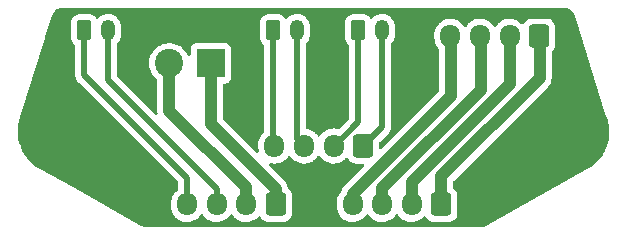
<source format=gbr>
G04 #@! TF.GenerationSoftware,KiCad,Pcbnew,(6.0.1-0)*
G04 #@! TF.CreationDate,2023-05-18T22:16:49+12:00*
G04 #@! TF.ProjectId,head-interface,68656164-2d69-46e7-9465-72666163652e,rev?*
G04 #@! TF.SameCoordinates,PX3135a80PY23aadc0*
G04 #@! TF.FileFunction,Copper,L2,Bot*
G04 #@! TF.FilePolarity,Positive*
%FSLAX46Y46*%
G04 Gerber Fmt 4.6, Leading zero omitted, Abs format (unit mm)*
G04 Created by KiCad (PCBNEW (6.0.1-0)) date 2023-05-18 22:16:49*
%MOMM*%
%LPD*%
G01*
G04 APERTURE LIST*
G04 Aperture macros list*
%AMRoundRect*
0 Rectangle with rounded corners*
0 $1 Rounding radius*
0 $2 $3 $4 $5 $6 $7 $8 $9 X,Y pos of 4 corners*
0 Add a 4 corners polygon primitive as box body*
4,1,4,$2,$3,$4,$5,$6,$7,$8,$9,$2,$3,0*
0 Add four circle primitives for the rounded corners*
1,1,$1+$1,$2,$3*
1,1,$1+$1,$4,$5*
1,1,$1+$1,$6,$7*
1,1,$1+$1,$8,$9*
0 Add four rect primitives between the rounded corners*
20,1,$1+$1,$2,$3,$4,$5,0*
20,1,$1+$1,$4,$5,$6,$7,0*
20,1,$1+$1,$6,$7,$8,$9,0*
20,1,$1+$1,$8,$9,$2,$3,0*%
G04 Aperture macros list end*
G04 #@! TA.AperFunction,ComponentPad*
%ADD10RoundRect,0.250000X0.600000X0.725000X-0.600000X0.725000X-0.600000X-0.725000X0.600000X-0.725000X0*%
G04 #@! TD*
G04 #@! TA.AperFunction,ComponentPad*
%ADD11O,1.700000X1.950000*%
G04 #@! TD*
G04 #@! TA.AperFunction,ComponentPad*
%ADD12RoundRect,0.250000X-0.350000X-0.625000X0.350000X-0.625000X0.350000X0.625000X-0.350000X0.625000X0*%
G04 #@! TD*
G04 #@! TA.AperFunction,ComponentPad*
%ADD13O,1.200000X1.750000*%
G04 #@! TD*
G04 #@! TA.AperFunction,ComponentPad*
%ADD14C,6.000000*%
G04 #@! TD*
G04 #@! TA.AperFunction,ComponentPad*
%ADD15R,2.400000X2.400000*%
G04 #@! TD*
G04 #@! TA.AperFunction,ComponentPad*
%ADD16C,2.400000*%
G04 #@! TD*
G04 #@! TA.AperFunction,ViaPad*
%ADD17C,0.800000*%
G04 #@! TD*
G04 #@! TA.AperFunction,Conductor*
%ADD18C,0.500000*%
G04 #@! TD*
G04 #@! TA.AperFunction,Conductor*
%ADD19C,1.000000*%
G04 #@! TD*
G04 APERTURE END LIST*
D10*
G04 #@! TO.P,J3,1,Pin_1*
G04 #@! TO.N,Net-(J3-Pad1)*
X39225000Y-19750000D03*
D11*
G04 #@! TO.P,J3,2,Pin_2*
G04 #@! TO.N,Net-(J3-Pad2)*
X36725000Y-19750000D03*
G04 #@! TO.P,J3,3,Pin_3*
G04 #@! TO.N,Net-(J3-Pad3)*
X34225000Y-19750000D03*
G04 #@! TO.P,J3,4,Pin_4*
G04 #@! TO.N,Net-(J3-Pad4)*
X31725000Y-19750000D03*
G04 #@! TD*
D10*
G04 #@! TO.P,J1,1,Pin_1*
G04 #@! TO.N,Net-(J1-Pad1)*
X25200000Y-19750000D03*
D11*
G04 #@! TO.P,J1,2,Pin_2*
G04 #@! TO.N,Net-(J1-Pad2)*
X22700000Y-19750000D03*
G04 #@! TO.P,J1,3,Pin_3*
G04 #@! TO.N,Net-(J1-Pad3)*
X20200000Y-19750000D03*
G04 #@! TO.P,J1,4,Pin_4*
G04 #@! TO.N,Net-(J1-Pad4)*
X17700000Y-19750000D03*
G04 #@! TD*
D10*
G04 #@! TO.P,J8,1,Pin_1*
G04 #@! TO.N,Net-(J3-Pad1)*
X47500000Y-5500000D03*
D11*
G04 #@! TO.P,J8,2,Pin_2*
G04 #@! TO.N,Net-(J3-Pad2)*
X45000000Y-5500000D03*
G04 #@! TO.P,J8,3,Pin_3*
G04 #@! TO.N,Net-(J3-Pad3)*
X42500000Y-5500000D03*
G04 #@! TO.P,J8,4,Pin_4*
G04 #@! TO.N,Net-(J3-Pad4)*
X40000000Y-5500000D03*
G04 #@! TD*
D12*
G04 #@! TO.P,J6,1,Pin_1*
G04 #@! TO.N,Net-(J2-Pad2)*
X32200000Y-5000000D03*
D13*
G04 #@! TO.P,J6,2,Pin_2*
G04 #@! TO.N,Net-(J2-Pad1)*
X34200000Y-5000000D03*
G04 #@! TD*
D14*
G04 #@! TO.P,H2,1,1*
G04 #@! TO.N,GND*
X50400000Y-13600000D03*
G04 #@! TD*
D12*
G04 #@! TO.P,J7,1,Pin_1*
G04 #@! TO.N,Net-(J2-Pad4)*
X25000000Y-5000000D03*
D13*
G04 #@! TO.P,J7,2,Pin_2*
G04 #@! TO.N,Net-(J2-Pad3)*
X27000000Y-5000000D03*
G04 #@! TD*
D15*
G04 #@! TO.P,J5,1,Pin_1*
G04 #@! TO.N,Net-(J1-Pad1)*
X19700000Y-7800000D03*
D16*
G04 #@! TO.P,J5,2,Pin_2*
G04 #@! TO.N,Net-(J1-Pad2)*
X16200000Y-7800000D03*
G04 #@! TD*
D12*
G04 #@! TO.P,J4,1,Pin_1*
G04 #@! TO.N,Net-(J1-Pad4)*
X9000000Y-5000000D03*
D13*
G04 #@! TO.P,J4,2,Pin_2*
G04 #@! TO.N,Net-(J1-Pad3)*
X11000000Y-5000000D03*
G04 #@! TD*
D14*
G04 #@! TO.P,H1,1,1*
G04 #@! TO.N,GND*
X6400000Y-13600000D03*
G04 #@! TD*
D10*
G04 #@! TO.P,J2,1,Pin_1*
G04 #@! TO.N,Net-(J2-Pad1)*
X32600000Y-14800000D03*
D11*
G04 #@! TO.P,J2,2,Pin_2*
G04 #@! TO.N,Net-(J2-Pad2)*
X30100000Y-14800000D03*
G04 #@! TO.P,J2,3,Pin_3*
G04 #@! TO.N,Net-(J2-Pad3)*
X27600000Y-14800000D03*
G04 #@! TO.P,J2,4,Pin_4*
G04 #@! TO.N,Net-(J2-Pad4)*
X25100000Y-14800000D03*
G04 #@! TD*
D17*
G04 #@! TO.N,GND*
X31050000Y-16950000D03*
X49650000Y-3925000D03*
X21275000Y-12275000D03*
X14225000Y-21050000D03*
X41300000Y-18100000D03*
X42525000Y-21050000D03*
X13850000Y-3925000D03*
X38175000Y-9700000D03*
X13000000Y-8925000D03*
X12050000Y-13700000D03*
X25875000Y-16975000D03*
X14750000Y-10450000D03*
X36825000Y-3925000D03*
X28350000Y-12000000D03*
X35950000Y-11925000D03*
X30850000Y-12000000D03*
X15625000Y-18100000D03*
X28375000Y-21050000D03*
X7450000Y-3925000D03*
X22200000Y-3925000D03*
X23025000Y-13275000D03*
G04 #@! TD*
D18*
G04 #@! TO.N,Net-(J2-Pad3)*
X27000000Y-5000000D02*
X27000000Y-14200000D01*
X27000000Y-14200000D02*
X27600000Y-14800000D01*
G04 #@! TO.N,Net-(J2-Pad4)*
X25000000Y-14700000D02*
X25100000Y-14800000D01*
X25000000Y-5000000D02*
X25000000Y-14700000D01*
G04 #@! TO.N,Net-(J1-Pad4)*
X17700000Y-17500000D02*
X9000000Y-8800000D01*
X9000000Y-8800000D02*
X9000000Y-5000000D01*
X17700000Y-19750000D02*
X17700000Y-17500000D01*
G04 #@! TO.N,Net-(J1-Pad3)*
X11000000Y-9200000D02*
X11000000Y-5000000D01*
X20200000Y-19750000D02*
X20200000Y-18400000D01*
X20200000Y-18400000D02*
X11000000Y-9200000D01*
D19*
G04 #@! TO.N,Net-(J1-Pad1)*
X19700000Y-12900000D02*
X19700000Y-7800000D01*
X25200000Y-18400000D02*
X19700000Y-12900000D01*
X25200000Y-19750000D02*
X25200000Y-18400000D01*
G04 #@! TO.N,Net-(J1-Pad2)*
X22700000Y-18300000D02*
X16200000Y-11800000D01*
X22700000Y-19750000D02*
X22700000Y-18300000D01*
X16200000Y-11800000D02*
X16200000Y-7800000D01*
G04 #@! TO.N,Net-(J3-Pad1)*
X39225000Y-17375000D02*
X47550000Y-9050000D01*
X47550000Y-9050000D02*
X47550000Y-5550000D01*
X39225000Y-19750000D02*
X39225000Y-17375000D01*
X47550000Y-5550000D02*
X47500000Y-5500000D01*
G04 #@! TO.N,Net-(J3-Pad2)*
X36725000Y-17875000D02*
X45050000Y-9550000D01*
X36725000Y-19750000D02*
X36725000Y-17875000D01*
X45050000Y-5550000D02*
X45000000Y-5500000D01*
X45050000Y-9550000D02*
X45050000Y-5550000D01*
G04 #@! TO.N,Net-(J3-Pad3)*
X42550000Y-5550000D02*
X42500000Y-5500000D01*
X42550000Y-10050000D02*
X42550000Y-5550000D01*
X34225000Y-18375000D02*
X42550000Y-10050000D01*
X34225000Y-19750000D02*
X34225000Y-18375000D01*
G04 #@! TO.N,Net-(J3-Pad4)*
X40050000Y-10550000D02*
X40050000Y-5550000D01*
X31725000Y-18875000D02*
X40050000Y-10550000D01*
X31725000Y-19750000D02*
X31725000Y-18875000D01*
X40050000Y-5550000D02*
X40000000Y-5500000D01*
D18*
G04 #@! TO.N,Net-(J2-Pad1)*
X34200000Y-13200000D02*
X34200000Y-5000000D01*
X32600000Y-14800000D02*
X34200000Y-13200000D01*
G04 #@! TO.N,Net-(J2-Pad2)*
X30200000Y-14800000D02*
X32200000Y-12800000D01*
X30100000Y-14800000D02*
X30200000Y-14800000D01*
X32200000Y-12800000D02*
X32200000Y-5000000D01*
G04 #@! TD*
G04 #@! TA.AperFunction,Conductor*
G04 #@! TO.N,GND*
G36*
X49669370Y-3109571D02*
G01*
X49673061Y-3110159D01*
X49683022Y-3111747D01*
X49683023Y-3111747D01*
X49691888Y-3113160D01*
X49703830Y-3111642D01*
X49731721Y-3111209D01*
X49776918Y-3115535D01*
X49846660Y-3122212D01*
X49869368Y-3126516D01*
X49948279Y-3149132D01*
X50001595Y-3164413D01*
X50023130Y-3172790D01*
X50141954Y-3232079D01*
X50146213Y-3234204D01*
X50165860Y-3246376D01*
X50275654Y-3329239D01*
X50292748Y-3344796D01*
X50385558Y-3446320D01*
X50399522Y-3464737D01*
X50472224Y-3581501D01*
X50482590Y-3602159D01*
X50522185Y-3703281D01*
X50526213Y-3719054D01*
X50526730Y-3718911D01*
X50529116Y-3727562D01*
X50530252Y-3736468D01*
X50533840Y-3744693D01*
X50533842Y-3744699D01*
X50545560Y-3771557D01*
X50550386Y-3784518D01*
X53204792Y-12318309D01*
X53208083Y-12331282D01*
X53215732Y-12369952D01*
X53219876Y-12377916D01*
X53219877Y-12377919D01*
X53224554Y-12386907D01*
X53233197Y-12407972D01*
X53301342Y-12629197D01*
X53328182Y-12716329D01*
X53331328Y-12728760D01*
X53396071Y-13053179D01*
X53400162Y-13073681D01*
X53402027Y-13086365D01*
X53429051Y-13369571D01*
X53435436Y-13436484D01*
X53436003Y-13449298D01*
X53433644Y-13801004D01*
X53432905Y-13813809D01*
X53394804Y-14163441D01*
X53392768Y-14176104D01*
X53319315Y-14520074D01*
X53316005Y-14532452D01*
X53216094Y-14841982D01*
X53207965Y-14867165D01*
X53203411Y-14879151D01*
X53062144Y-15200594D01*
X53061904Y-15201140D01*
X53056153Y-15212603D01*
X52882639Y-15518551D01*
X52875755Y-15529365D01*
X52753541Y-15701373D01*
X52672046Y-15816072D01*
X52664096Y-15826135D01*
X52507770Y-16004521D01*
X52432288Y-16090654D01*
X52423356Y-16099856D01*
X52165854Y-16339440D01*
X52156047Y-16347674D01*
X51875509Y-16559848D01*
X51864921Y-16567040D01*
X51595401Y-16730688D01*
X51572071Y-16741757D01*
X51561843Y-16745379D01*
X51541908Y-16759756D01*
X51532335Y-16766660D01*
X51520045Y-16774485D01*
X43579158Y-21206607D01*
X42988908Y-21536049D01*
X42974050Y-21543112D01*
X42944692Y-21554784D01*
X42932668Y-21564172D01*
X42911166Y-21577710D01*
X42828438Y-21618791D01*
X42811679Y-21625659D01*
X42786808Y-21633817D01*
X42699915Y-21662318D01*
X42682335Y-21666713D01*
X42624407Y-21676836D01*
X42566475Y-21686959D01*
X42548452Y-21688787D01*
X42463223Y-21691263D01*
X42445936Y-21689805D01*
X42437091Y-21689317D01*
X42428286Y-21687556D01*
X42419342Y-21688337D01*
X42419340Y-21688337D01*
X42382870Y-21691522D01*
X42371909Y-21692000D01*
X14445174Y-21692000D01*
X14427426Y-21690744D01*
X14408416Y-21688039D01*
X14408414Y-21688039D01*
X14399530Y-21686775D01*
X14383132Y-21689139D01*
X14358695Y-21690261D01*
X14258838Y-21685124D01*
X14242700Y-21683244D01*
X14118233Y-21660537D01*
X14102484Y-21656600D01*
X13981966Y-21618060D01*
X13966841Y-21612124D01*
X13882839Y-21572725D01*
X13862534Y-21560331D01*
X13860021Y-21558908D01*
X13852917Y-21553422D01*
X13844559Y-21550151D01*
X13844558Y-21550150D01*
X13825098Y-21542533D01*
X13809616Y-21535224D01*
X8000155Y-18292735D01*
X5289903Y-16780037D01*
X5273980Y-16769492D01*
X5261456Y-16759756D01*
X5261457Y-16759756D01*
X5254371Y-16754248D01*
X5246023Y-16750949D01*
X5246021Y-16750948D01*
X5236436Y-16747160D01*
X5216195Y-16736970D01*
X4942459Y-16566708D01*
X4932098Y-16559521D01*
X4653602Y-16344880D01*
X4644018Y-16336696D01*
X4513330Y-16213275D01*
X4388396Y-16095287D01*
X4379667Y-16086175D01*
X4149471Y-15820407D01*
X4141705Y-15810476D01*
X3939254Y-15523030D01*
X3932513Y-15512363D01*
X3903035Y-15460085D01*
X3759817Y-15206090D01*
X3754179Y-15194804D01*
X3633709Y-14920065D01*
X3612988Y-14872808D01*
X3608507Y-14861017D01*
X3602346Y-14841982D01*
X3500228Y-14526512D01*
X3496949Y-14514329D01*
X3422671Y-14170676D01*
X3420626Y-14158225D01*
X3381091Y-13808859D01*
X3380302Y-13796265D01*
X3375909Y-13444707D01*
X3376383Y-13432098D01*
X3407176Y-13081854D01*
X3408909Y-13069356D01*
X3474577Y-12723948D01*
X3477552Y-12711685D01*
X3495779Y-12650171D01*
X3567042Y-12409665D01*
X3576832Y-12385872D01*
X3577800Y-12384069D01*
X3582043Y-12376164D01*
X3585215Y-12361144D01*
X3591044Y-12333543D01*
X3594011Y-12322156D01*
X5661461Y-5675400D01*
X7891500Y-5675400D01*
X7902474Y-5781166D01*
X7904655Y-5787702D01*
X7904655Y-5787704D01*
X7925242Y-5849409D01*
X7958450Y-5948946D01*
X8051522Y-6099348D01*
X8176697Y-6224305D01*
X8182928Y-6228146D01*
X8188673Y-6232683D01*
X8187623Y-6234013D01*
X8229108Y-6280107D01*
X8241500Y-6334597D01*
X8241500Y-8732930D01*
X8240067Y-8751880D01*
X8236801Y-8773349D01*
X8237394Y-8780641D01*
X8237394Y-8780644D01*
X8241085Y-8826018D01*
X8241500Y-8836233D01*
X8241500Y-8844293D01*
X8241925Y-8847937D01*
X8244789Y-8872507D01*
X8245222Y-8876882D01*
X8249324Y-8927306D01*
X8251140Y-8949637D01*
X8253396Y-8956601D01*
X8254587Y-8962560D01*
X8255971Y-8968415D01*
X8256818Y-8975681D01*
X8281735Y-9044327D01*
X8283152Y-9048455D01*
X8303178Y-9110270D01*
X8305649Y-9117899D01*
X8309445Y-9124154D01*
X8311951Y-9129628D01*
X8314670Y-9135058D01*
X8317167Y-9141937D01*
X8321180Y-9148057D01*
X8321180Y-9148058D01*
X8357186Y-9202976D01*
X8359523Y-9206680D01*
X8397405Y-9269107D01*
X8401121Y-9273315D01*
X8401122Y-9273316D01*
X8404803Y-9277484D01*
X8404776Y-9277508D01*
X8407429Y-9280500D01*
X8410132Y-9283733D01*
X8414144Y-9289852D01*
X8419456Y-9294884D01*
X8470383Y-9343128D01*
X8472825Y-9345506D01*
X16904595Y-17777276D01*
X16938621Y-17839588D01*
X16941500Y-17866371D01*
X16941500Y-18427192D01*
X16921498Y-18495313D01*
X16895897Y-18522471D01*
X16896683Y-18523377D01*
X16728292Y-18669499D01*
X16722555Y-18674477D01*
X16704384Y-18696638D01*
X16579760Y-18848627D01*
X16579756Y-18848633D01*
X16576376Y-18852755D01*
X16573738Y-18857390D01*
X16573735Y-18857394D01*
X16530382Y-18933555D01*
X16462325Y-19053114D01*
X16383663Y-19269825D01*
X16382714Y-19275074D01*
X16382713Y-19275077D01*
X16343377Y-19492608D01*
X16343376Y-19492615D01*
X16342639Y-19496692D01*
X16341500Y-19520844D01*
X16341500Y-19932890D01*
X16356080Y-20104720D01*
X16357418Y-20109875D01*
X16357419Y-20109881D01*
X16412657Y-20322703D01*
X16413999Y-20327872D01*
X16508688Y-20538075D01*
X16637441Y-20729319D01*
X16641120Y-20733176D01*
X16641122Y-20733178D01*
X16702710Y-20797738D01*
X16796576Y-20896135D01*
X16981542Y-21033754D01*
X16986293Y-21036170D01*
X16986297Y-21036172D01*
X17049481Y-21068296D01*
X17187051Y-21138240D01*
X17192145Y-21139822D01*
X17192148Y-21139823D01*
X17392020Y-21201885D01*
X17407227Y-21206607D01*
X17412516Y-21207308D01*
X17630489Y-21236198D01*
X17630494Y-21236198D01*
X17635774Y-21236898D01*
X17641103Y-21236698D01*
X17641105Y-21236698D01*
X17750966Y-21232574D01*
X17866158Y-21228249D01*
X17888802Y-21223498D01*
X18086572Y-21182002D01*
X18091791Y-21180907D01*
X18096750Y-21178949D01*
X18096752Y-21178948D01*
X18301256Y-21098185D01*
X18301258Y-21098184D01*
X18306221Y-21096224D01*
X18342343Y-21074305D01*
X18498757Y-20979390D01*
X18498756Y-20979390D01*
X18503317Y-20976623D01*
X18543134Y-20942072D01*
X18673412Y-20829023D01*
X18673414Y-20829021D01*
X18677445Y-20825523D01*
X18741048Y-20747954D01*
X18820240Y-20651373D01*
X18820244Y-20651367D01*
X18823624Y-20647245D01*
X18841552Y-20615750D01*
X18892632Y-20566445D01*
X18962262Y-20552583D01*
X19028333Y-20578566D01*
X19055573Y-20607716D01*
X19137441Y-20729319D01*
X19141120Y-20733176D01*
X19141122Y-20733178D01*
X19202710Y-20797738D01*
X19296576Y-20896135D01*
X19481542Y-21033754D01*
X19486293Y-21036170D01*
X19486297Y-21036172D01*
X19549481Y-21068296D01*
X19687051Y-21138240D01*
X19692145Y-21139822D01*
X19692148Y-21139823D01*
X19892020Y-21201885D01*
X19907227Y-21206607D01*
X19912516Y-21207308D01*
X20130489Y-21236198D01*
X20130494Y-21236198D01*
X20135774Y-21236898D01*
X20141103Y-21236698D01*
X20141105Y-21236698D01*
X20250966Y-21232574D01*
X20366158Y-21228249D01*
X20388802Y-21223498D01*
X20586572Y-21182002D01*
X20591791Y-21180907D01*
X20596750Y-21178949D01*
X20596752Y-21178948D01*
X20801256Y-21098185D01*
X20801258Y-21098184D01*
X20806221Y-21096224D01*
X20842343Y-21074305D01*
X20998757Y-20979390D01*
X20998756Y-20979390D01*
X21003317Y-20976623D01*
X21043134Y-20942072D01*
X21173412Y-20829023D01*
X21173414Y-20829021D01*
X21177445Y-20825523D01*
X21241048Y-20747954D01*
X21320240Y-20651373D01*
X21320244Y-20651367D01*
X21323624Y-20647245D01*
X21341552Y-20615750D01*
X21392632Y-20566445D01*
X21462262Y-20552583D01*
X21528333Y-20578566D01*
X21555573Y-20607716D01*
X21637441Y-20729319D01*
X21641120Y-20733176D01*
X21641122Y-20733178D01*
X21702710Y-20797738D01*
X21796576Y-20896135D01*
X21981542Y-21033754D01*
X21986293Y-21036170D01*
X21986297Y-21036172D01*
X22049481Y-21068296D01*
X22187051Y-21138240D01*
X22192145Y-21139822D01*
X22192148Y-21139823D01*
X22392020Y-21201885D01*
X22407227Y-21206607D01*
X22412516Y-21207308D01*
X22630489Y-21236198D01*
X22630494Y-21236198D01*
X22635774Y-21236898D01*
X22641103Y-21236698D01*
X22641105Y-21236698D01*
X22750966Y-21232574D01*
X22866158Y-21228249D01*
X22888802Y-21223498D01*
X23086572Y-21182002D01*
X23091791Y-21180907D01*
X23096750Y-21178949D01*
X23096752Y-21178948D01*
X23301256Y-21098185D01*
X23301258Y-21098184D01*
X23306221Y-21096224D01*
X23342343Y-21074305D01*
X23498757Y-20979390D01*
X23498756Y-20979390D01*
X23503317Y-20976623D01*
X23543134Y-20942072D01*
X23673412Y-20829023D01*
X23673414Y-20829021D01*
X23677445Y-20825523D01*
X23706670Y-20789880D01*
X23765329Y-20749886D01*
X23836299Y-20747954D01*
X23897048Y-20784698D01*
X23911248Y-20803468D01*
X23922340Y-20821392D01*
X24001522Y-20949348D01*
X24126697Y-21074305D01*
X24132927Y-21078145D01*
X24132928Y-21078146D01*
X24270090Y-21162694D01*
X24277262Y-21167115D01*
X24312938Y-21178948D01*
X24438611Y-21220632D01*
X24438613Y-21220632D01*
X24445139Y-21222797D01*
X24451975Y-21223497D01*
X24451978Y-21223498D01*
X24487663Y-21227154D01*
X24549600Y-21233500D01*
X25850400Y-21233500D01*
X25853646Y-21233163D01*
X25853650Y-21233163D01*
X25949308Y-21223238D01*
X25949312Y-21223237D01*
X25956166Y-21222526D01*
X25962702Y-21220345D01*
X25962704Y-21220345D01*
X26094806Y-21176272D01*
X26123946Y-21166550D01*
X26274348Y-21073478D01*
X26399305Y-20948303D01*
X26431462Y-20896135D01*
X26488275Y-20803968D01*
X26488276Y-20803966D01*
X26492115Y-20797738D01*
X26542031Y-20647245D01*
X26545632Y-20636389D01*
X26545632Y-20636387D01*
X26547797Y-20629861D01*
X26558500Y-20525400D01*
X26558500Y-18974600D01*
X26555680Y-18947417D01*
X26548238Y-18875692D01*
X26548237Y-18875688D01*
X26547526Y-18868834D01*
X26543710Y-18857394D01*
X26493868Y-18708002D01*
X26491550Y-18701054D01*
X26398478Y-18550652D01*
X26273303Y-18425695D01*
X26265391Y-18420818D01*
X26264484Y-18419811D01*
X26261327Y-18417317D01*
X26261754Y-18416776D01*
X26217899Y-18368045D01*
X26206110Y-18325855D01*
X26204313Y-18307529D01*
X26204191Y-18306215D01*
X26199783Y-18255830D01*
X26196087Y-18213587D01*
X26194600Y-18208468D01*
X26194080Y-18203167D01*
X26191072Y-18193202D01*
X26180001Y-18156537D01*
X26167199Y-18114133D01*
X26166857Y-18112978D01*
X26142629Y-18029585D01*
X26140909Y-18023664D01*
X26138456Y-18018932D01*
X26136916Y-18013831D01*
X26112149Y-17967250D01*
X26093269Y-17931740D01*
X26092657Y-17930574D01*
X26052729Y-17853547D01*
X26049892Y-17848074D01*
X26046569Y-17843911D01*
X26044066Y-17839204D01*
X25985261Y-17767102D01*
X25984433Y-17766075D01*
X25955469Y-17729792D01*
X25955464Y-17729787D01*
X25953262Y-17727028D01*
X25950761Y-17724527D01*
X25950119Y-17723809D01*
X25946406Y-17719461D01*
X25938642Y-17709941D01*
X25919065Y-17685938D01*
X25914323Y-17682015D01*
X25914321Y-17682013D01*
X25883727Y-17656703D01*
X25874947Y-17648713D01*
X24695510Y-16469276D01*
X24661484Y-16406964D01*
X24666549Y-16336149D01*
X24709096Y-16279313D01*
X24775616Y-16254502D01*
X24807202Y-16256797D01*
X24807227Y-16256607D01*
X24877330Y-16265898D01*
X25030489Y-16286198D01*
X25030494Y-16286198D01*
X25035774Y-16286898D01*
X25041103Y-16286698D01*
X25041105Y-16286698D01*
X25150966Y-16282574D01*
X25266158Y-16278249D01*
X25288802Y-16273498D01*
X25486572Y-16232002D01*
X25491791Y-16230907D01*
X25496750Y-16228949D01*
X25496752Y-16228948D01*
X25701256Y-16148185D01*
X25701258Y-16148184D01*
X25706221Y-16146224D01*
X25742343Y-16124305D01*
X25898757Y-16029390D01*
X25898756Y-16029390D01*
X25903317Y-16026623D01*
X25976000Y-15963552D01*
X26073412Y-15879023D01*
X26073414Y-15879021D01*
X26077445Y-15875523D01*
X26141048Y-15797954D01*
X26220240Y-15701373D01*
X26220244Y-15701367D01*
X26223624Y-15697245D01*
X26241552Y-15665750D01*
X26292632Y-15616445D01*
X26362262Y-15602583D01*
X26428333Y-15628566D01*
X26455573Y-15657716D01*
X26537441Y-15779319D01*
X26541120Y-15783176D01*
X26541122Y-15783178D01*
X26582102Y-15826136D01*
X26696576Y-15946135D01*
X26881542Y-16083754D01*
X26886293Y-16086170D01*
X26886297Y-16086172D01*
X26904611Y-16095483D01*
X27087051Y-16188240D01*
X27092145Y-16189822D01*
X27092148Y-16189823D01*
X27292020Y-16251885D01*
X27307227Y-16256607D01*
X27312516Y-16257308D01*
X27530489Y-16286198D01*
X27530494Y-16286198D01*
X27535774Y-16286898D01*
X27541103Y-16286698D01*
X27541105Y-16286698D01*
X27650966Y-16282574D01*
X27766158Y-16278249D01*
X27788802Y-16273498D01*
X27986572Y-16232002D01*
X27991791Y-16230907D01*
X27996750Y-16228949D01*
X27996752Y-16228948D01*
X28201256Y-16148185D01*
X28201258Y-16148184D01*
X28206221Y-16146224D01*
X28242343Y-16124305D01*
X28398757Y-16029390D01*
X28398756Y-16029390D01*
X28403317Y-16026623D01*
X28476000Y-15963552D01*
X28573412Y-15879023D01*
X28573414Y-15879021D01*
X28577445Y-15875523D01*
X28641048Y-15797954D01*
X28720240Y-15701373D01*
X28720244Y-15701367D01*
X28723624Y-15697245D01*
X28741552Y-15665750D01*
X28792632Y-15616445D01*
X28862262Y-15602583D01*
X28928333Y-15628566D01*
X28955573Y-15657716D01*
X29037441Y-15779319D01*
X29041120Y-15783176D01*
X29041122Y-15783178D01*
X29082102Y-15826136D01*
X29196576Y-15946135D01*
X29381542Y-16083754D01*
X29386293Y-16086170D01*
X29386297Y-16086172D01*
X29404611Y-16095483D01*
X29587051Y-16188240D01*
X29592145Y-16189822D01*
X29592148Y-16189823D01*
X29792020Y-16251885D01*
X29807227Y-16256607D01*
X29812516Y-16257308D01*
X30030489Y-16286198D01*
X30030494Y-16286198D01*
X30035774Y-16286898D01*
X30041103Y-16286698D01*
X30041105Y-16286698D01*
X30150966Y-16282574D01*
X30266158Y-16278249D01*
X30288802Y-16273498D01*
X30486572Y-16232002D01*
X30491791Y-16230907D01*
X30496750Y-16228949D01*
X30496752Y-16228948D01*
X30701256Y-16148185D01*
X30701258Y-16148184D01*
X30706221Y-16146224D01*
X30742343Y-16124305D01*
X30898757Y-16029390D01*
X30898756Y-16029390D01*
X30903317Y-16026623D01*
X30976000Y-15963552D01*
X31073412Y-15879023D01*
X31073414Y-15879021D01*
X31077445Y-15875523D01*
X31106670Y-15839880D01*
X31165329Y-15799886D01*
X31236299Y-15797954D01*
X31297048Y-15834698D01*
X31311248Y-15853468D01*
X31401522Y-15999348D01*
X31526697Y-16124305D01*
X31532927Y-16128145D01*
X31532928Y-16128146D01*
X31626496Y-16185822D01*
X31677262Y-16217115D01*
X31712938Y-16228948D01*
X31838611Y-16270632D01*
X31838613Y-16270632D01*
X31845139Y-16272797D01*
X31851975Y-16273497D01*
X31851978Y-16273498D01*
X31887663Y-16277154D01*
X31949600Y-16283500D01*
X32586076Y-16283500D01*
X32654197Y-16303502D01*
X32700690Y-16357158D01*
X32710794Y-16427432D01*
X32681300Y-16492012D01*
X32675171Y-16498595D01*
X31055621Y-18118145D01*
X31045478Y-18127247D01*
X31015975Y-18150968D01*
X31012008Y-18155696D01*
X30983709Y-18189421D01*
X30980528Y-18193069D01*
X30978885Y-18194881D01*
X30976691Y-18197075D01*
X30949358Y-18230349D01*
X30948696Y-18231147D01*
X30888846Y-18302474D01*
X30886278Y-18307144D01*
X30882897Y-18311261D01*
X30857101Y-18359371D01*
X30839023Y-18393086D01*
X30838394Y-18394245D01*
X30796538Y-18470381D01*
X30796535Y-18470389D01*
X30793567Y-18475787D01*
X30791955Y-18480869D01*
X30789438Y-18485563D01*
X30762238Y-18574531D01*
X30761918Y-18575559D01*
X30733765Y-18664306D01*
X30733242Y-18668970D01*
X30732991Y-18669499D01*
X30731825Y-18674006D01*
X30731681Y-18674477D01*
X30731601Y-18674738D01*
X30730645Y-18674445D01*
X30707406Y-18723442D01*
X30671837Y-18766822D01*
X30604760Y-18848627D01*
X30604756Y-18848633D01*
X30601376Y-18852755D01*
X30598738Y-18857390D01*
X30598735Y-18857394D01*
X30555382Y-18933555D01*
X30487325Y-19053114D01*
X30408663Y-19269825D01*
X30407714Y-19275074D01*
X30407713Y-19275077D01*
X30368377Y-19492608D01*
X30368376Y-19492615D01*
X30367639Y-19496692D01*
X30366500Y-19520844D01*
X30366500Y-19932890D01*
X30381080Y-20104720D01*
X30382418Y-20109875D01*
X30382419Y-20109881D01*
X30437657Y-20322703D01*
X30438999Y-20327872D01*
X30533688Y-20538075D01*
X30662441Y-20729319D01*
X30666120Y-20733176D01*
X30666122Y-20733178D01*
X30727710Y-20797738D01*
X30821576Y-20896135D01*
X31006542Y-21033754D01*
X31011293Y-21036170D01*
X31011297Y-21036172D01*
X31074481Y-21068296D01*
X31212051Y-21138240D01*
X31217145Y-21139822D01*
X31217148Y-21139823D01*
X31417020Y-21201885D01*
X31432227Y-21206607D01*
X31437516Y-21207308D01*
X31655489Y-21236198D01*
X31655494Y-21236198D01*
X31660774Y-21236898D01*
X31666103Y-21236698D01*
X31666105Y-21236698D01*
X31775966Y-21232574D01*
X31891158Y-21228249D01*
X31913802Y-21223498D01*
X32111572Y-21182002D01*
X32116791Y-21180907D01*
X32121750Y-21178949D01*
X32121752Y-21178948D01*
X32326256Y-21098185D01*
X32326258Y-21098184D01*
X32331221Y-21096224D01*
X32367343Y-21074305D01*
X32523757Y-20979390D01*
X32523756Y-20979390D01*
X32528317Y-20976623D01*
X32568134Y-20942072D01*
X32698412Y-20829023D01*
X32698414Y-20829021D01*
X32702445Y-20825523D01*
X32766048Y-20747954D01*
X32845240Y-20651373D01*
X32845244Y-20651367D01*
X32848624Y-20647245D01*
X32866552Y-20615750D01*
X32917632Y-20566445D01*
X32987262Y-20552583D01*
X33053333Y-20578566D01*
X33080573Y-20607716D01*
X33162441Y-20729319D01*
X33166120Y-20733176D01*
X33166122Y-20733178D01*
X33227710Y-20797738D01*
X33321576Y-20896135D01*
X33506542Y-21033754D01*
X33511293Y-21036170D01*
X33511297Y-21036172D01*
X33574481Y-21068296D01*
X33712051Y-21138240D01*
X33717145Y-21139822D01*
X33717148Y-21139823D01*
X33917020Y-21201885D01*
X33932227Y-21206607D01*
X33937516Y-21207308D01*
X34155489Y-21236198D01*
X34155494Y-21236198D01*
X34160774Y-21236898D01*
X34166103Y-21236698D01*
X34166105Y-21236698D01*
X34275966Y-21232574D01*
X34391158Y-21228249D01*
X34413802Y-21223498D01*
X34611572Y-21182002D01*
X34616791Y-21180907D01*
X34621750Y-21178949D01*
X34621752Y-21178948D01*
X34826256Y-21098185D01*
X34826258Y-21098184D01*
X34831221Y-21096224D01*
X34867343Y-21074305D01*
X35023757Y-20979390D01*
X35023756Y-20979390D01*
X35028317Y-20976623D01*
X35068134Y-20942072D01*
X35198412Y-20829023D01*
X35198414Y-20829021D01*
X35202445Y-20825523D01*
X35266048Y-20747954D01*
X35345240Y-20651373D01*
X35345244Y-20651367D01*
X35348624Y-20647245D01*
X35366552Y-20615750D01*
X35417632Y-20566445D01*
X35487262Y-20552583D01*
X35553333Y-20578566D01*
X35580573Y-20607716D01*
X35662441Y-20729319D01*
X35666120Y-20733176D01*
X35666122Y-20733178D01*
X35727710Y-20797738D01*
X35821576Y-20896135D01*
X36006542Y-21033754D01*
X36011293Y-21036170D01*
X36011297Y-21036172D01*
X36074481Y-21068296D01*
X36212051Y-21138240D01*
X36217145Y-21139822D01*
X36217148Y-21139823D01*
X36417020Y-21201885D01*
X36432227Y-21206607D01*
X36437516Y-21207308D01*
X36655489Y-21236198D01*
X36655494Y-21236198D01*
X36660774Y-21236898D01*
X36666103Y-21236698D01*
X36666105Y-21236698D01*
X36775966Y-21232574D01*
X36891158Y-21228249D01*
X36913802Y-21223498D01*
X37111572Y-21182002D01*
X37116791Y-21180907D01*
X37121750Y-21178949D01*
X37121752Y-21178948D01*
X37326256Y-21098185D01*
X37326258Y-21098184D01*
X37331221Y-21096224D01*
X37367343Y-21074305D01*
X37523757Y-20979390D01*
X37523756Y-20979390D01*
X37528317Y-20976623D01*
X37568134Y-20942072D01*
X37698412Y-20829023D01*
X37698414Y-20829021D01*
X37702445Y-20825523D01*
X37731670Y-20789880D01*
X37790329Y-20749886D01*
X37861299Y-20747954D01*
X37922048Y-20784698D01*
X37936248Y-20803468D01*
X37947340Y-20821392D01*
X38026522Y-20949348D01*
X38151697Y-21074305D01*
X38157927Y-21078145D01*
X38157928Y-21078146D01*
X38295090Y-21162694D01*
X38302262Y-21167115D01*
X38337938Y-21178948D01*
X38463611Y-21220632D01*
X38463613Y-21220632D01*
X38470139Y-21222797D01*
X38476975Y-21223497D01*
X38476978Y-21223498D01*
X38512663Y-21227154D01*
X38574600Y-21233500D01*
X39875400Y-21233500D01*
X39878646Y-21233163D01*
X39878650Y-21233163D01*
X39974308Y-21223238D01*
X39974312Y-21223237D01*
X39981166Y-21222526D01*
X39987702Y-21220345D01*
X39987704Y-21220345D01*
X40119806Y-21176272D01*
X40148946Y-21166550D01*
X40299348Y-21073478D01*
X40424305Y-20948303D01*
X40456462Y-20896135D01*
X40513275Y-20803968D01*
X40513276Y-20803966D01*
X40517115Y-20797738D01*
X40567031Y-20647245D01*
X40570632Y-20636389D01*
X40570632Y-20636387D01*
X40572797Y-20629861D01*
X40583500Y-20525400D01*
X40583500Y-18974600D01*
X40580680Y-18947417D01*
X40573238Y-18875692D01*
X40573237Y-18875688D01*
X40572526Y-18868834D01*
X40568710Y-18857394D01*
X40518868Y-18708002D01*
X40516550Y-18701054D01*
X40423478Y-18550652D01*
X40298303Y-18425695D01*
X40292072Y-18421854D01*
X40286327Y-18417317D01*
X40287377Y-18415987D01*
X40245892Y-18369893D01*
X40233500Y-18315403D01*
X40233500Y-17844925D01*
X40253502Y-17776804D01*
X40270405Y-17755830D01*
X48219379Y-9806855D01*
X48229522Y-9797753D01*
X48254218Y-9777897D01*
X48259025Y-9774032D01*
X48291292Y-9735578D01*
X48294472Y-9731931D01*
X48296115Y-9730119D01*
X48298309Y-9727925D01*
X48325642Y-9694651D01*
X48326348Y-9693800D01*
X48382195Y-9627244D01*
X48386154Y-9622526D01*
X48388722Y-9617856D01*
X48392103Y-9613739D01*
X48435977Y-9531914D01*
X48436606Y-9530755D01*
X48478462Y-9454619D01*
X48478465Y-9454611D01*
X48481433Y-9449213D01*
X48483045Y-9444131D01*
X48485562Y-9439437D01*
X48512747Y-9350523D01*
X48513139Y-9349265D01*
X48539372Y-9266567D01*
X48541235Y-9260694D01*
X48541829Y-9255403D01*
X48543388Y-9250302D01*
X48552790Y-9157737D01*
X48552925Y-9156470D01*
X48553854Y-9148196D01*
X48557273Y-9117715D01*
X48558108Y-9110270D01*
X48558108Y-9110265D01*
X48558500Y-9106773D01*
X48558500Y-9103248D01*
X48558555Y-9102263D01*
X48559004Y-9096559D01*
X48562752Y-9059666D01*
X48562752Y-9059661D01*
X48563374Y-9053538D01*
X48559059Y-9007891D01*
X48558500Y-8996033D01*
X48558500Y-6891480D01*
X48578502Y-6823359D01*
X48595327Y-6802462D01*
X48596296Y-6801492D01*
X48699305Y-6698303D01*
X48792115Y-6547738D01*
X48827243Y-6441829D01*
X48845632Y-6386389D01*
X48845632Y-6386387D01*
X48847797Y-6379861D01*
X48849658Y-6361703D01*
X48853755Y-6321715D01*
X48858500Y-6275400D01*
X48858500Y-4724600D01*
X48855680Y-4697417D01*
X48848238Y-4625692D01*
X48848237Y-4625688D01*
X48847526Y-4618834D01*
X48843710Y-4607394D01*
X48793868Y-4458002D01*
X48791550Y-4451054D01*
X48698478Y-4300652D01*
X48573303Y-4175695D01*
X48567072Y-4171854D01*
X48428968Y-4086725D01*
X48428966Y-4086724D01*
X48422738Y-4082885D01*
X48311629Y-4046032D01*
X48261389Y-4029368D01*
X48261387Y-4029368D01*
X48254861Y-4027203D01*
X48248025Y-4026503D01*
X48248022Y-4026502D01*
X48204969Y-4022091D01*
X48150400Y-4016500D01*
X46849600Y-4016500D01*
X46846354Y-4016837D01*
X46846350Y-4016837D01*
X46750692Y-4026762D01*
X46750688Y-4026763D01*
X46743834Y-4027474D01*
X46737298Y-4029655D01*
X46737296Y-4029655D01*
X46648713Y-4059209D01*
X46576054Y-4083450D01*
X46425652Y-4176522D01*
X46300695Y-4301697D01*
X46227170Y-4420977D01*
X46210920Y-4447339D01*
X46158148Y-4494832D01*
X46088076Y-4506256D01*
X46022952Y-4477982D01*
X46012490Y-4468195D01*
X45907103Y-4357722D01*
X45903424Y-4353865D01*
X45718458Y-4216246D01*
X45713707Y-4213830D01*
X45713703Y-4213828D01*
X45591731Y-4151815D01*
X45512949Y-4111760D01*
X45507855Y-4110178D01*
X45507852Y-4110177D01*
X45297871Y-4044976D01*
X45292773Y-4043393D01*
X45287484Y-4042692D01*
X45069511Y-4013802D01*
X45069506Y-4013802D01*
X45064226Y-4013102D01*
X45058897Y-4013302D01*
X45058895Y-4013302D01*
X44949034Y-4017426D01*
X44833842Y-4021751D01*
X44828623Y-4022846D01*
X44806566Y-4027474D01*
X44608209Y-4069093D01*
X44603250Y-4071051D01*
X44603248Y-4071052D01*
X44398744Y-4151815D01*
X44398742Y-4151816D01*
X44393779Y-4153776D01*
X44389220Y-4156543D01*
X44389217Y-4156544D01*
X44290832Y-4216246D01*
X44196683Y-4273377D01*
X44192653Y-4276874D01*
X44099484Y-4357722D01*
X44022555Y-4424477D01*
X44003809Y-4447339D01*
X43879760Y-4598627D01*
X43879756Y-4598633D01*
X43876376Y-4602755D01*
X43858448Y-4634250D01*
X43807368Y-4683555D01*
X43737738Y-4697417D01*
X43671667Y-4671434D01*
X43644427Y-4642284D01*
X43565539Y-4525108D01*
X43562559Y-4520681D01*
X43403424Y-4353865D01*
X43218458Y-4216246D01*
X43213707Y-4213830D01*
X43213703Y-4213828D01*
X43091731Y-4151815D01*
X43012949Y-4111760D01*
X43007855Y-4110178D01*
X43007852Y-4110177D01*
X42797871Y-4044976D01*
X42792773Y-4043393D01*
X42787484Y-4042692D01*
X42569511Y-4013802D01*
X42569506Y-4013802D01*
X42564226Y-4013102D01*
X42558897Y-4013302D01*
X42558895Y-4013302D01*
X42449034Y-4017426D01*
X42333842Y-4021751D01*
X42328623Y-4022846D01*
X42306566Y-4027474D01*
X42108209Y-4069093D01*
X42103250Y-4071051D01*
X42103248Y-4071052D01*
X41898744Y-4151815D01*
X41898742Y-4151816D01*
X41893779Y-4153776D01*
X41889220Y-4156543D01*
X41889217Y-4156544D01*
X41790832Y-4216246D01*
X41696683Y-4273377D01*
X41692653Y-4276874D01*
X41599484Y-4357722D01*
X41522555Y-4424477D01*
X41503809Y-4447339D01*
X41379760Y-4598627D01*
X41379756Y-4598633D01*
X41376376Y-4602755D01*
X41358448Y-4634250D01*
X41307368Y-4683555D01*
X41237738Y-4697417D01*
X41171667Y-4671434D01*
X41144427Y-4642284D01*
X41065539Y-4525108D01*
X41062559Y-4520681D01*
X40903424Y-4353865D01*
X40718458Y-4216246D01*
X40713707Y-4213830D01*
X40713703Y-4213828D01*
X40591731Y-4151815D01*
X40512949Y-4111760D01*
X40507855Y-4110178D01*
X40507852Y-4110177D01*
X40297871Y-4044976D01*
X40292773Y-4043393D01*
X40287484Y-4042692D01*
X40069511Y-4013802D01*
X40069506Y-4013802D01*
X40064226Y-4013102D01*
X40058897Y-4013302D01*
X40058895Y-4013302D01*
X39949034Y-4017426D01*
X39833842Y-4021751D01*
X39828623Y-4022846D01*
X39806566Y-4027474D01*
X39608209Y-4069093D01*
X39603250Y-4071051D01*
X39603248Y-4071052D01*
X39398744Y-4151815D01*
X39398742Y-4151816D01*
X39393779Y-4153776D01*
X39389220Y-4156543D01*
X39389217Y-4156544D01*
X39290832Y-4216246D01*
X39196683Y-4273377D01*
X39192653Y-4276874D01*
X39099484Y-4357722D01*
X39022555Y-4424477D01*
X39003809Y-4447339D01*
X38879760Y-4598627D01*
X38879756Y-4598633D01*
X38876376Y-4602755D01*
X38873738Y-4607390D01*
X38873735Y-4607394D01*
X38836872Y-4672154D01*
X38762325Y-4803114D01*
X38683663Y-5019825D01*
X38682714Y-5025074D01*
X38682713Y-5025077D01*
X38643377Y-5242608D01*
X38643376Y-5242615D01*
X38642639Y-5246692D01*
X38641500Y-5270844D01*
X38641500Y-5682890D01*
X38641725Y-5685539D01*
X38650800Y-5792489D01*
X38656080Y-5854720D01*
X38657418Y-5859875D01*
X38657419Y-5859881D01*
X38707285Y-6052006D01*
X38713999Y-6077872D01*
X38716191Y-6082738D01*
X38716192Y-6082741D01*
X38734561Y-6123519D01*
X38808688Y-6288075D01*
X38937441Y-6479319D01*
X38941122Y-6483177D01*
X38941127Y-6483184D01*
X39006670Y-6551891D01*
X39039217Y-6614987D01*
X39041500Y-6638862D01*
X39041500Y-10080075D01*
X39021498Y-10148196D01*
X39004595Y-10169170D01*
X36517466Y-12656300D01*
X34173595Y-15000171D01*
X34111283Y-15034197D01*
X34040468Y-15029132D01*
X33983632Y-14986585D01*
X33958821Y-14920065D01*
X33958500Y-14911076D01*
X33958500Y-14566371D01*
X33978502Y-14498250D01*
X33995405Y-14477276D01*
X34688911Y-13783770D01*
X34703323Y-13771384D01*
X34714918Y-13762851D01*
X34714923Y-13762846D01*
X34720818Y-13758508D01*
X34725557Y-13752930D01*
X34725560Y-13752927D01*
X34755035Y-13718232D01*
X34761965Y-13710716D01*
X34767661Y-13705020D01*
X34769924Y-13702159D01*
X34769929Y-13702154D01*
X34785293Y-13682734D01*
X34788082Y-13679333D01*
X34806442Y-13657722D01*
X34835333Y-13623715D01*
X34838659Y-13617202D01*
X34842020Y-13612163D01*
X34845196Y-13607021D01*
X34849734Y-13601284D01*
X34880655Y-13535125D01*
X34882561Y-13531225D01*
X34890210Y-13516246D01*
X34915769Y-13466192D01*
X34917508Y-13459083D01*
X34919604Y-13453449D01*
X34921523Y-13447679D01*
X34924622Y-13441050D01*
X34939491Y-13369565D01*
X34940461Y-13365282D01*
X34951162Y-13321551D01*
X34957808Y-13294390D01*
X34958500Y-13283236D01*
X34958535Y-13283238D01*
X34958775Y-13279266D01*
X34959152Y-13275045D01*
X34960641Y-13267885D01*
X34958546Y-13190458D01*
X34958500Y-13187050D01*
X34958500Y-6136266D01*
X34978502Y-6068145D01*
X34993477Y-6049142D01*
X35073881Y-5965150D01*
X35188620Y-5787452D01*
X35229692Y-5685539D01*
X35265442Y-5596832D01*
X35265443Y-5596829D01*
X35267686Y-5591263D01*
X35308228Y-5383663D01*
X35308500Y-5378101D01*
X35308500Y-4672154D01*
X35293452Y-4514434D01*
X35233908Y-4311466D01*
X35228877Y-4301697D01*
X35139804Y-4128751D01*
X35139802Y-4128748D01*
X35137058Y-4123420D01*
X35006396Y-3957080D01*
X35001865Y-3953148D01*
X35001862Y-3953145D01*
X34851167Y-3822379D01*
X34846637Y-3818448D01*
X34841451Y-3815448D01*
X34841447Y-3815445D01*
X34668742Y-3715533D01*
X34663546Y-3712527D01*
X34463729Y-3643139D01*
X34457794Y-3642278D01*
X34457792Y-3642278D01*
X34260336Y-3613648D01*
X34260333Y-3613648D01*
X34254396Y-3612787D01*
X34043101Y-3622567D01*
X33911923Y-3654181D01*
X33843299Y-3670719D01*
X33843297Y-3670720D01*
X33837466Y-3672125D01*
X33832008Y-3674607D01*
X33832004Y-3674608D01*
X33716959Y-3726916D01*
X33644913Y-3759674D01*
X33472389Y-3882054D01*
X33468247Y-3886381D01*
X33468241Y-3886386D01*
X33381194Y-3977317D01*
X33319639Y-4012694D01*
X33248730Y-4009175D01*
X33190979Y-3967879D01*
X33183032Y-3956491D01*
X33148478Y-3900652D01*
X33023303Y-3775695D01*
X32993289Y-3757194D01*
X32878968Y-3686725D01*
X32878966Y-3686724D01*
X32872738Y-3682885D01*
X32712254Y-3629655D01*
X32711389Y-3629368D01*
X32711387Y-3629368D01*
X32704861Y-3627203D01*
X32698025Y-3626503D01*
X32698022Y-3626502D01*
X32654969Y-3622091D01*
X32600400Y-3616500D01*
X31799600Y-3616500D01*
X31796354Y-3616837D01*
X31796350Y-3616837D01*
X31700692Y-3626762D01*
X31700688Y-3626763D01*
X31693834Y-3627474D01*
X31687298Y-3629655D01*
X31687296Y-3629655D01*
X31564213Y-3670719D01*
X31526054Y-3683450D01*
X31375652Y-3776522D01*
X31250695Y-3901697D01*
X31246855Y-3907927D01*
X31246854Y-3907928D01*
X31173165Y-4027474D01*
X31157885Y-4052262D01*
X31102203Y-4220139D01*
X31091500Y-4324600D01*
X31091500Y-5675400D01*
X31102474Y-5781166D01*
X31104655Y-5787702D01*
X31104655Y-5787704D01*
X31125242Y-5849409D01*
X31158450Y-5948946D01*
X31251522Y-6099348D01*
X31376697Y-6224305D01*
X31382928Y-6228146D01*
X31388673Y-6232683D01*
X31387623Y-6234013D01*
X31429108Y-6280107D01*
X31441500Y-6334597D01*
X31441500Y-12433629D01*
X31421498Y-12501750D01*
X31404595Y-12522724D01*
X30592433Y-13334886D01*
X30530121Y-13368912D01*
X30465974Y-13366123D01*
X30392773Y-13343393D01*
X30367935Y-13340101D01*
X30169511Y-13313802D01*
X30169506Y-13313802D01*
X30164226Y-13313102D01*
X30158897Y-13313302D01*
X30158895Y-13313302D01*
X30049034Y-13317426D01*
X29933842Y-13321751D01*
X29928623Y-13322846D01*
X29834046Y-13342690D01*
X29708209Y-13369093D01*
X29703250Y-13371051D01*
X29703248Y-13371052D01*
X29498744Y-13451815D01*
X29498742Y-13451816D01*
X29493779Y-13453776D01*
X29489220Y-13456543D01*
X29489217Y-13456544D01*
X29341724Y-13546045D01*
X29296683Y-13573377D01*
X29292653Y-13576874D01*
X29129752Y-13718232D01*
X29122555Y-13724477D01*
X29094651Y-13758508D01*
X28979760Y-13898627D01*
X28979756Y-13898633D01*
X28976376Y-13902755D01*
X28958448Y-13934250D01*
X28907368Y-13983555D01*
X28837738Y-13997417D01*
X28771667Y-13971434D01*
X28744427Y-13942284D01*
X28665539Y-13825108D01*
X28662559Y-13820681D01*
X28656004Y-13813809D01*
X28564827Y-13718232D01*
X28503424Y-13653865D01*
X28470396Y-13629291D01*
X28322740Y-13519432D01*
X28322741Y-13519432D01*
X28318458Y-13516246D01*
X28313707Y-13513830D01*
X28313703Y-13513828D01*
X28177751Y-13444707D01*
X28112949Y-13411760D01*
X28107855Y-13410178D01*
X28107852Y-13410177D01*
X27897871Y-13344976D01*
X27892773Y-13343393D01*
X27887484Y-13342692D01*
X27887475Y-13342690D01*
X27867943Y-13340101D01*
X27803042Y-13311322D01*
X27764002Y-13252022D01*
X27758500Y-13215194D01*
X27758500Y-6136266D01*
X27778502Y-6068145D01*
X27793477Y-6049142D01*
X27873881Y-5965150D01*
X27988620Y-5787452D01*
X28029692Y-5685539D01*
X28065442Y-5596832D01*
X28065443Y-5596829D01*
X28067686Y-5591263D01*
X28108228Y-5383663D01*
X28108500Y-5378101D01*
X28108500Y-4672154D01*
X28093452Y-4514434D01*
X28033908Y-4311466D01*
X28028877Y-4301697D01*
X27939804Y-4128751D01*
X27939802Y-4128748D01*
X27937058Y-4123420D01*
X27806396Y-3957080D01*
X27801865Y-3953148D01*
X27801862Y-3953145D01*
X27651167Y-3822379D01*
X27646637Y-3818448D01*
X27641451Y-3815448D01*
X27641447Y-3815445D01*
X27468742Y-3715533D01*
X27463546Y-3712527D01*
X27263729Y-3643139D01*
X27257794Y-3642278D01*
X27257792Y-3642278D01*
X27060336Y-3613648D01*
X27060333Y-3613648D01*
X27054396Y-3612787D01*
X26843101Y-3622567D01*
X26711923Y-3654181D01*
X26643299Y-3670719D01*
X26643297Y-3670720D01*
X26637466Y-3672125D01*
X26632008Y-3674607D01*
X26632004Y-3674608D01*
X26516959Y-3726916D01*
X26444913Y-3759674D01*
X26272389Y-3882054D01*
X26268247Y-3886381D01*
X26268241Y-3886386D01*
X26181194Y-3977317D01*
X26119639Y-4012694D01*
X26048730Y-4009175D01*
X25990979Y-3967879D01*
X25983032Y-3956491D01*
X25948478Y-3900652D01*
X25823303Y-3775695D01*
X25793289Y-3757194D01*
X25678968Y-3686725D01*
X25678966Y-3686724D01*
X25672738Y-3682885D01*
X25512254Y-3629655D01*
X25511389Y-3629368D01*
X25511387Y-3629368D01*
X25504861Y-3627203D01*
X25498025Y-3626503D01*
X25498022Y-3626502D01*
X25454969Y-3622091D01*
X25400400Y-3616500D01*
X24599600Y-3616500D01*
X24596354Y-3616837D01*
X24596350Y-3616837D01*
X24500692Y-3626762D01*
X24500688Y-3626763D01*
X24493834Y-3627474D01*
X24487298Y-3629655D01*
X24487296Y-3629655D01*
X24364213Y-3670719D01*
X24326054Y-3683450D01*
X24175652Y-3776522D01*
X24050695Y-3901697D01*
X24046855Y-3907927D01*
X24046854Y-3907928D01*
X23973165Y-4027474D01*
X23957885Y-4052262D01*
X23902203Y-4220139D01*
X23891500Y-4324600D01*
X23891500Y-5675400D01*
X23902474Y-5781166D01*
X23904655Y-5787702D01*
X23904655Y-5787704D01*
X23925242Y-5849409D01*
X23958450Y-5948946D01*
X24051522Y-6099348D01*
X24176697Y-6224305D01*
X24182928Y-6228146D01*
X24188673Y-6232683D01*
X24187623Y-6234013D01*
X24229108Y-6280107D01*
X24241500Y-6334597D01*
X24241500Y-13563774D01*
X24221498Y-13631895D01*
X24198080Y-13658940D01*
X24129752Y-13718232D01*
X24122555Y-13724477D01*
X24094651Y-13758508D01*
X23979760Y-13898627D01*
X23979756Y-13898633D01*
X23976376Y-13902755D01*
X23973738Y-13907390D01*
X23973735Y-13907394D01*
X23930382Y-13983555D01*
X23862325Y-14103114D01*
X23783663Y-14319825D01*
X23782714Y-14325074D01*
X23782713Y-14325077D01*
X23743377Y-14542608D01*
X23743376Y-14542615D01*
X23742639Y-14546692D01*
X23741500Y-14570844D01*
X23741500Y-14982890D01*
X23756080Y-15154720D01*
X23757418Y-15159877D01*
X23757419Y-15159880D01*
X23771266Y-15213229D01*
X23769019Y-15284190D01*
X23728764Y-15342671D01*
X23663283Y-15370106D01*
X23593364Y-15357783D01*
X23560212Y-15333978D01*
X20745405Y-12519171D01*
X20711379Y-12456859D01*
X20708500Y-12430076D01*
X20708500Y-9634500D01*
X20728502Y-9566379D01*
X20782158Y-9519886D01*
X20834500Y-9508500D01*
X20948134Y-9508500D01*
X21010316Y-9501745D01*
X21146705Y-9450615D01*
X21263261Y-9363261D01*
X21350615Y-9246705D01*
X21401745Y-9110316D01*
X21408500Y-9048134D01*
X21408500Y-6551866D01*
X21401745Y-6489684D01*
X21350615Y-6353295D01*
X21263261Y-6236739D01*
X21146705Y-6149385D01*
X21010316Y-6098255D01*
X20954440Y-6092185D01*
X20951531Y-6091869D01*
X20948134Y-6091500D01*
X18451866Y-6091500D01*
X18448469Y-6091869D01*
X18445560Y-6092185D01*
X18389684Y-6098255D01*
X18253295Y-6149385D01*
X18136739Y-6236739D01*
X18049385Y-6353295D01*
X17998255Y-6489684D01*
X17991500Y-6551866D01*
X17991500Y-7021052D01*
X17971498Y-7089173D01*
X17917842Y-7135666D01*
X17847568Y-7145770D01*
X17782988Y-7116276D01*
X17750829Y-7070639D01*
X17750099Y-7070987D01*
X17748084Y-7066762D01*
X17746391Y-7062409D01*
X17725866Y-7026498D01*
X17622702Y-6845997D01*
X17622700Y-6845995D01*
X17620383Y-6841940D01*
X17463171Y-6642517D01*
X17363195Y-6548469D01*
X17281610Y-6471722D01*
X17281608Y-6471720D01*
X17278209Y-6468523D01*
X17234483Y-6438189D01*
X17073393Y-6326437D01*
X17073390Y-6326435D01*
X17069561Y-6323779D01*
X17065384Y-6321719D01*
X17065377Y-6321715D01*
X16845996Y-6213528D01*
X16845992Y-6213527D01*
X16841810Y-6211464D01*
X16599960Y-6134047D01*
X16595355Y-6133297D01*
X16353935Y-6093980D01*
X16353934Y-6093980D01*
X16349323Y-6093229D01*
X16222364Y-6091567D01*
X16100083Y-6089966D01*
X16100080Y-6089966D01*
X16095406Y-6089905D01*
X15843787Y-6124149D01*
X15839301Y-6125457D01*
X15839299Y-6125457D01*
X15775184Y-6144145D01*
X15599993Y-6195208D01*
X15369380Y-6301522D01*
X15365471Y-6304085D01*
X15160928Y-6438189D01*
X15160923Y-6438193D01*
X15157015Y-6440755D01*
X14967562Y-6609848D01*
X14805183Y-6805087D01*
X14673447Y-7022182D01*
X14575246Y-7256365D01*
X14512738Y-7502490D01*
X14487296Y-7755151D01*
X14499480Y-8008798D01*
X14549021Y-8257857D01*
X14550600Y-8262255D01*
X14550602Y-8262262D01*
X14630868Y-8485819D01*
X14634831Y-8496858D01*
X14755025Y-8720551D01*
X14757820Y-8724294D01*
X14757822Y-8724297D01*
X14904171Y-8920282D01*
X14904176Y-8920288D01*
X14906963Y-8924020D01*
X14910272Y-8927300D01*
X14910277Y-8927306D01*
X15037616Y-9053538D01*
X15087307Y-9102797D01*
X15091069Y-9105555D01*
X15091072Y-9105558D01*
X15140005Y-9141437D01*
X15183113Y-9197848D01*
X15191500Y-9243049D01*
X15191500Y-11738157D01*
X15190763Y-11751764D01*
X15186676Y-11789388D01*
X15187213Y-11795523D01*
X15191050Y-11839388D01*
X15191379Y-11844214D01*
X15191500Y-11846686D01*
X15191500Y-11849769D01*
X15191801Y-11852837D01*
X15195690Y-11892506D01*
X15195812Y-11893819D01*
X15203913Y-11986413D01*
X15205400Y-11991532D01*
X15205920Y-11996833D01*
X15207703Y-12002737D01*
X15208898Y-12008774D01*
X15206511Y-12009247D01*
X15206969Y-12069515D01*
X15169041Y-12129531D01*
X15104686Y-12159514D01*
X15034337Y-12149944D01*
X14996712Y-12124031D01*
X11795405Y-8922724D01*
X11761379Y-8860412D01*
X11758500Y-8833629D01*
X11758500Y-6136266D01*
X11778502Y-6068145D01*
X11793477Y-6049142D01*
X11873881Y-5965150D01*
X11988620Y-5787452D01*
X12029692Y-5685539D01*
X12065442Y-5596832D01*
X12065443Y-5596829D01*
X12067686Y-5591263D01*
X12108228Y-5383663D01*
X12108500Y-5378101D01*
X12108500Y-4672154D01*
X12093452Y-4514434D01*
X12033908Y-4311466D01*
X12028877Y-4301697D01*
X11939804Y-4128751D01*
X11939802Y-4128748D01*
X11937058Y-4123420D01*
X11806396Y-3957080D01*
X11801865Y-3953148D01*
X11801862Y-3953145D01*
X11651167Y-3822379D01*
X11646637Y-3818448D01*
X11641451Y-3815448D01*
X11641447Y-3815445D01*
X11468742Y-3715533D01*
X11463546Y-3712527D01*
X11263729Y-3643139D01*
X11257794Y-3642278D01*
X11257792Y-3642278D01*
X11060336Y-3613648D01*
X11060333Y-3613648D01*
X11054396Y-3612787D01*
X10843101Y-3622567D01*
X10711923Y-3654181D01*
X10643299Y-3670719D01*
X10643297Y-3670720D01*
X10637466Y-3672125D01*
X10632008Y-3674607D01*
X10632004Y-3674608D01*
X10516959Y-3726916D01*
X10444913Y-3759674D01*
X10272389Y-3882054D01*
X10268247Y-3886381D01*
X10268241Y-3886386D01*
X10181194Y-3977317D01*
X10119639Y-4012694D01*
X10048730Y-4009175D01*
X9990979Y-3967879D01*
X9983032Y-3956491D01*
X9948478Y-3900652D01*
X9823303Y-3775695D01*
X9793289Y-3757194D01*
X9678968Y-3686725D01*
X9678966Y-3686724D01*
X9672738Y-3682885D01*
X9512254Y-3629655D01*
X9511389Y-3629368D01*
X9511387Y-3629368D01*
X9504861Y-3627203D01*
X9498025Y-3626503D01*
X9498022Y-3626502D01*
X9454969Y-3622091D01*
X9400400Y-3616500D01*
X8599600Y-3616500D01*
X8596354Y-3616837D01*
X8596350Y-3616837D01*
X8500692Y-3626762D01*
X8500688Y-3626763D01*
X8493834Y-3627474D01*
X8487298Y-3629655D01*
X8487296Y-3629655D01*
X8364213Y-3670719D01*
X8326054Y-3683450D01*
X8175652Y-3776522D01*
X8050695Y-3901697D01*
X8046855Y-3907927D01*
X8046854Y-3907928D01*
X7973165Y-4027474D01*
X7957885Y-4052262D01*
X7902203Y-4220139D01*
X7891500Y-4324600D01*
X7891500Y-5675400D01*
X5661461Y-5675400D01*
X5689464Y-5585373D01*
X6248479Y-3788167D01*
X6253921Y-3773817D01*
X6268054Y-3742466D01*
X6269686Y-3730806D01*
X6276664Y-3703571D01*
X6317174Y-3596815D01*
X6327550Y-3575675D01*
X6398627Y-3459714D01*
X6412757Y-3440872D01*
X6504177Y-3340162D01*
X6521563Y-3324283D01*
X6630138Y-3242339D01*
X6650171Y-3229977D01*
X6772093Y-3169675D01*
X6794086Y-3161254D01*
X6925094Y-3124700D01*
X6948269Y-3120518D01*
X7055219Y-3111416D01*
X7071421Y-3112051D01*
X7071433Y-3111467D01*
X7080413Y-3111655D01*
X7089265Y-3113112D01*
X7123597Y-3108926D01*
X7138846Y-3108000D01*
X49649538Y-3108000D01*
X49669370Y-3109571D01*
G37*
G04 #@! TD.AperFunction*
G04 #@! TD*
M02*

</source>
